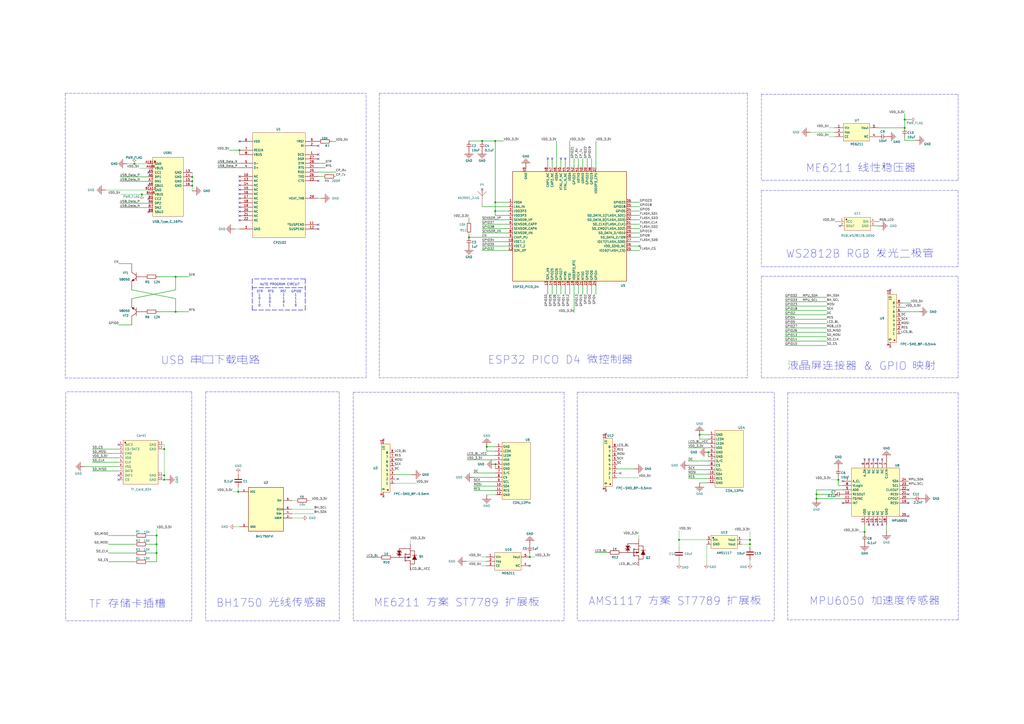
<source format=kicad_sch>
(kicad_sch (version 20211123) (generator eeschema)
  (paper "A2")
  (title_block (title "UINIO-Cubic-Prism") (date "2022-10-26") (rev "UinIO.com") (company "Hank"))
  (lib_symbols
    (symbol "Device:C" (pin_numbers hide) (pin_names (offset 0.254))
      (property "Reference" "C" (at 0.635 2.54 0))
      (property "Value" "C" (at 0.635 -2.54 0))
      (symbol "C_1_1"
        (pin passive line (at 0 3.81 270) (length 2.794) (name "~") (number "1"))
        (pin passive line (at 0 -3.81 90) (length 2.794) (name "~") (number "2"))
      )
    )
    (symbol "Device:R" (pin_numbers hide) (pin_names (offset 0))
      (property "Reference" "R" (at 2.032 0 90))
      (property "Value" "R" (at 0 0 90))
      (symbol "R_1_1"
        (pin passive line (at 0 3.81 270) (length 1.27) (name "~") (number "1"))
        (pin passive line (at 0 -3.81 90) (length 1.27) (name "~") (number "2"))
      )
    )
    (symbol "Uinio:AMS1117" (pin_names (offset 1.016))
      (property "Reference" "U" (at 0 6.477 0))
      (property "Value" "AMS1117" (at 0 -6.35 0))
      (symbol "AMS1117_1_1"
        (pin input line (at -10.16 -1.27 0) (length 2.54) (name "GND") (number "1"))
        (pin input line (at 10.16 -1.27 180) (length 2.54) (name "Vout") (number "2"))
        (pin input line (at -10.16 1.27 0) (length 2.54) (name "Vin") (number "3"))
        (pin input line (at 10.16 1.27 180) (length 2.54) (name "Vout") (number "4"))
      )
    )
    (symbol "Uinio:AN2051_2.4G" (pin_numbers hide) (pin_names (offset 1.016) hide)
      (property "Reference" "U?" (at 3.556 2.5401 0))
      (property "Value" "AN2051_2.4G" (at -25.273 -6.35 0))
      (symbol "AN2051_2.4G_1_1"
        (pin input line (at 0 -5.08 90) (length 2.54) (name "ANT") (number "1"))
        (pin input line (at 0 5.08 270) (length 2.54) (name "2") (number "2"))
      )
    )
    (symbol "Uinio:AO3415A"
      (property "Reference" "Q1" (at 7.874 0.254 0))
      (symbol "AO3415A_1_0"
        (pin passive line (at -6.35 0 0) (length 5.08) (name "G") (number "1"))
        (pin passive line (at 3.81 7.62 270) (length 5.08) (name "S") (number "2"))
        (pin passive line (at 3.81 -7.62 90) (length 5.08) (name "D") (number "3"))
      )
    )
    (symbol "Uinio:BH1750FVI" (pin_names (offset 1.016))
      (property "Reference" "U?" (at 0.254 14.986 0))
      (property "Value" "BH1750FVI" (at 0 -14.986 0))
      (symbol "BH1750FVI_0_0"
        (pin power_in line (at 15.24 10.16 180) (length 5.08) (name "VCC") (number "1"))
        (pin input line (at -15.24 -5.08 0) (length 5.08) (name "ADDR") (number "2"))
        (pin power_in line (at 15.24 -10.16 180) (length 5.08) (name "GND") (number "3"))
        (pin bidirectional line (at -15.24 -2.54 0) (length 5.08) (name "SDA") (number "4"))
        (pin input line (at -15.24 5.08 0) (length 5.08) (name "DVI") (number "5"))
        (pin input clock (at -15.24 0 0) (length 5.08) (name "SCL") (number "6"))
      )
    )
    (symbol "Uinio:CAP_0402"
      (property "Reference" "C8" (at 1.524 -1.016 0))
      (property "Value" "CAP_0402" (at 1.524 -3.556 0))
      (symbol "CAP_0402_1_0"
        (pin passive line (at 0 -2.54 90) (length 1.27) (name "1") (number "1"))
        (pin passive line (at 0 2.54 270) (length 1.27) (name "2") (number "2"))
      )
    )
    (symbol "Uinio:CON_12Pin"
      (property "Reference" "U1" (at -8.89 17.78 0))
      (property "Value" "CON_12Pin" (at -8.89 -17.78 0))
      (symbol "CON_12Pin_1_0"
        (pin passive line (at -12.7 15.24 0) (length 3.81) (name "GND") (number "1"))
        (pin passive line (at -12.7 -7.62 0) (length 3.81) (name "SDA") (number "10"))
        (pin passive line (at -12.7 -10.16 0) (length 3.81) (name "RES") (number "11"))
        (pin passive line (at -12.7 -12.7 0) (length 3.81) (name "GND") (number "12"))
        (pin passive line (at -12.7 12.7 0) (length 3.81) (name "LEDK") (number "2"))
        (pin passive line (at -12.7 10.16 0) (length 3.81) (name "LEDA") (number "3"))
        (pin passive line (at -12.7 7.62 0) (length 3.81) (name "VDD") (number "4"))
        (pin passive line (at -12.7 5.08 0) (length 3.81) (name "GND") (number "5"))
        (pin passive line (at -12.7 2.54 0) (length 3.81) (name "GND") (number "6"))
        (pin passive line (at -12.7 0 0) (length 3.81) (name "D/C") (number "7"))
        (pin passive line (at -12.7 -2.54 0) (length 3.81) (name "CS") (number "8"))
        (pin passive line (at -12.7 -5.08 0) (length 3.81) (name "SCL") (number "9"))
      )
    )
    (symbol "Uinio:CP2102"
      (property "Reference" "U2" (at 7.62 0 0))
      (property "Value" "CP2102" (at 7.62 -63.5 0))
      (symbol "CP2102_1_0"
        (pin passive line (at 45.72 -12.7 180) (length 7.62) (name "DCD") (number "1"))
        (pin passive line (at 0 -25.4 0) (length 7.62) (name "NC") (number "10"))
        (pin passive line (at 45.72 -53.34 180) (length 7.62) (name "*SUSPEND") (number "11"))
        (pin passive line (at 45.72 -55.88 180) (length 7.62) (name "SUSPEND") (number "12"))
        (pin passive line (at 0 -27.94 0) (length 7.62) (name "NC") (number "13"))
        (pin passive line (at 0 -30.48 0) (length 7.62) (name "NC") (number "14"))
        (pin passive line (at 0 -33.02 0) (length 7.62) (name "NC") (number "15"))
        (pin passive line (at 0 -35.56 0) (length 7.62) (name "NC") (number "16"))
        (pin passive line (at 0 -38.1 0) (length 7.62) (name "NC") (number "17"))
        (pin passive line (at 0 -40.64 0) (length 7.62) (name "NC") (number "18"))
        (pin passive line (at 0 -43.18 0) (length 7.62) (name "NC") (number "19"))
        (pin passive line (at 45.72 -7.62 180) (length 7.62) (name "RI") (number "2"))
        (pin passive line (at 0 -45.72 0) (length 7.62) (name "NC") (number "20"))
        (pin passive line (at 0 -48.26 0) (length 7.62) (name "NC") (number "21"))
        (pin passive line (at 0 -50.8 0) (length 7.62) (name "NC") (number "22"))
        (pin passive line (at 45.72 -27.94 180) (length 7.62) (name "CTS") (number "23"))
        (pin passive line (at 45.72 -20.32 180) (length 7.62) (name "RTS") (number "24"))
        (pin passive line (at 45.72 -22.86 180) (length 7.62) (name "RXD") (number "25"))
        (pin passive line (at 45.72 -25.4 180) (length 7.62) (name "TXD") (number "26"))
        (pin passive line (at 45.72 -15.24 180) (length 7.62) (name "DSR") (number "27"))
        (pin passive line (at 45.72 -17.78 180) (length 7.62) (name "DTR") (number "28"))
        (pin passive line (at 45.72 -38.1 180) (length 7.62) (name "HEAT_TAB") (number "29"))
        (pin passive line (at 0 -55.88 0) (length 7.62) (name "GND") (number "3"))
        (pin passive line (at 0 -20.32 0) (length 7.62) (name "D+") (number "4"))
        (pin passive line (at 0 -17.78 0) (length 7.62) (name "D-") (number "5"))
        (pin passive line (at 0 -5.08 0) (length 7.62) (name "VDD") (number "6"))
        (pin passive line (at 0 -10.16 0) (length 7.62) (name "REGIN") (number "7"))
        (pin passive line (at 0 -12.7 0) (length 7.62) (name "VBUS") (number "8"))
        (pin passive line (at 45.72 -5.08 180) (length 7.62) (name "*RST") (number "9"))
      )
    )
    (symbol "Uinio:ESP32_PICO_D4"
      (property "Reference" "U?" (at 63.5 -64.77 0))
      (property "Value" "ESP32_PICO_D4" (at 0 -64.77 0))
      (symbol "ESP32_PICO_D4_1_0"
        (pin power_in line (at -2.54 -17.78 0) (length 2.54) (name "VDDA") (number "1"))
        (pin passive line (at -2.54 -40.64 0) (length 2.54) (name "VDET_1") (number "10"))
        (pin passive line (at -2.54 -43.18 0) (length 2.54) (name "VDET_2") (number "11"))
        (pin passive line (at -2.54 -45.72 0) (length 2.54) (name "32K_XP") (number "12"))
        (pin passive line (at 20.32 -66.04 90) (length 2.54) (name "32K_XN") (number "13"))
        (pin passive line (at 22.86 -66.04 90) (length 2.54) (name "GPIO25") (number "14"))
        (pin passive line (at 25.4 -66.04 90) (length 2.54) (name "GPIO26") (number "15"))
        (pin passive line (at 27.94 -66.04 90) (length 2.54) (name "GPIO27") (number "16"))
        (pin passive line (at 30.48 -66.04 90) (length 2.54) (name "MTMS") (number "17"))
        (pin passive line (at 33.02 -66.04 90) (length 2.54) (name "MTDI") (number "18"))
        (pin power_in line (at 35.56 -66.04 90) (length 2.54) (name "VDD3P3_RTC") (number "19"))
        (pin passive line (at -2.54 -20.32 0) (length 2.54) (name "LNA_IN") (number "2"))
        (pin passive line (at 38.1 -66.04 90) (length 2.54) (name "MTCK") (number "20"))
        (pin passive line (at 40.64 -66.04 90) (length 2.54) (name "MTDO") (number "21"))
        (pin passive line (at 43.18 -66.04 90) (length 2.54) (name "GPIO2") (number "22"))
        (pin passive line (at 45.72 -66.04 90) (length 2.54) (name "GPIO0") (number "23"))
        (pin passive line (at 48.26 -66.04 90) (length 2.54) (name "GPIO4") (number "24"))
        (pin passive line (at 68.58 -45.72 180) (length 2.54) (name "IO16(FLASH_CS)") (number "25"))
        (pin passive line (at 68.58 -43.18 180) (length 2.54) (name "VDD_SDIO_NC") (number "26"))
        (pin passive line (at 68.58 -40.64 180) (length 2.54) (name "IO17(FLASH_SD0)") (number "27"))
        (pin passive line (at 68.58 -38.1 180) (length 2.54) (name "SD_DATA_2/IO9") (number "28"))
        (pin passive line (at 68.58 -35.56 180) (length 2.54) (name "SD_DATA_3/IO10") (number "29"))
        (pin power_in line (at -2.54 -22.86 0) (length 2.54) (name "VDD3P3") (number "3"))
        (pin passive line (at 68.58 -33.02 180) (length 2.54) (name "SD_CMD(FLASH_SD2)") (number "30"))
        (pin passive line (at 68.58 -30.48 180) (length 2.54) (name "SD_CLK(FLASH_CLK)") (number "31"))
        (pin passive line (at 68.58 -27.94 180) (length 2.54) (name "SD_DATA_0(FLASH_SD3)") (number "32"))
        (pin passive line (at 68.58 -25.4 180) (length 2.54) (name "SD_DATA_1(FLASH_SD1)") (number "33"))
        (pin passive line (at 68.58 -22.86 180) (length 2.54) (name "GPIO5") (number "34"))
        (pin passive line (at 68.58 -20.32 180) (length 2.54) (name "GPIO18") (number "35"))
        (pin passive line (at 68.58 -17.78 180) (length 2.54) (name "GPIO23") (number "36"))
        (pin power_in line (at 48.26 2.54 270) (length 2.54) (name "VDD3P3_CPU") (number "37"))
        (pin passive line (at 45.72 2.54 270) (length 2.54) (name "GPIO19") (number "38"))
        (pin passive line (at 43.18 2.54 270) (length 2.54) (name "GPIO22") (number "39"))
        (pin power_in line (at -2.54 -25.4 0) (length 2.54) (name "VDD3P3") (number "4"))
        (pin passive line (at 40.64 2.54 270) (length 2.54) (name "U0RXD") (number "40"))
        (pin passive line (at 38.1 2.54 270) (length 2.54) (name "U0TXD") (number "41"))
        (pin passive line (at 35.56 2.54 270) (length 2.54) (name "GPIO21") (number "42"))
        (pin power_in line (at 33.02 2.54 270) (length 2.54) (name "VDDA") (number "43"))
        (pin passive line (at 30.48 2.54 270) (length 2.54) (name "XTAL_N_NC") (number "44"))
        (pin passive line (at 27.94 2.54 270) (length 2.54) (name "XTAL_P_NC") (number "45"))
        (pin power_in line (at 25.4 2.54 270) (length 2.54) (name "VDDA") (number "46"))
        (pin passive line (at 22.86 2.54 270) (length 2.54) (name "CAP2_NC") (number "47"))
        (pin passive line (at 20.32 2.54 270) (length 2.54) (name "CAP1_NC") (number "48"))
        (pin power_in line (at 7.62 2.54 270) (length 2.54) (name "GND") (number "49"))
        (pin passive line (at -2.54 -27.94 0) (length 2.54) (name "SENSOR_VP") (number "5"))
        (pin passive line (at -2.54 -30.48 0) (length 2.54) (name "SENSOR_CAPP") (number "6"))
        (pin passive line (at -2.54 -33.02 0) (length 2.54) (name "SENSOR_CAPN") (number "7"))
        (pin passive line (at -2.54 -35.56 0) (length 2.54) (name "SENSOR_VN") (number "8"))
        (pin passive line (at -2.54 -38.1 0) (length 2.54) (name "CHIP_PU") (number "9"))
      )
    )
    (symbol "Uinio:FPC-SMD_8P-0.5mm" (pin_names (offset 1.016))
      (property "Reference" "U" (at 0 19.431 0))
      (property "Value" "FPC-SMD_8P-0.5mm" (at 0 24.511 0))
      (symbol "FPC-SMD_8P-0.5mm_1_1"
        (pin input line (at -3.81 8.89 0) (length 2.54) (name "1") (number "1"))
        (pin input line (at 2.54 -16.51 90) (length 2.54) (name "10") (number "10"))
        (pin input line (at -3.81 6.35 0) (length 2.54) (name "2") (number "2"))
        (pin input line (at -3.81 3.81 0) (length 2.54) (name "3") (number "3"))
        (pin input line (at -3.81 1.27 0) (length 2.54) (name "4") (number "4"))
        (pin input line (at -3.81 -1.27 0) (length 2.54) (name "5") (number "5"))
        (pin input line (at -3.81 -3.81 0) (length 2.54) (name "6") (number "6"))
        (pin input line (at -3.81 -6.35 0) (length 2.54) (name "7") (number "7"))
        (pin input line (at -3.81 -8.89 0) (length 2.54) (name "8") (number "8"))
        (pin input line (at 2.54 16.51 270) (length 2.54) (name "9") (number "9"))
      )
    )
    (symbol "Uinio:GND" (power)
      (property "Value" "GND" (at 0 6.35 90))
      (symbol "GND_0_0"
        (pin power_in line (at 0 0 0) (length 0) hide (name "GND") (number ""))
      )
    )
    (symbol "Uinio:ME6211"
      (property "Reference" "V1" (at 5.08 2.54 0))
      (property "Value" "ME6211" (at 5.08 -10.16 0))
      (symbol "ME6211_1_0"
        (pin passive line (at 0 0 0) (length 5.08) (name "Vin") (number "1"))
        (pin passive line (at 0 -2.54 0) (length 5.08) (name "Vss") (number "2"))
        (pin passive line (at 0 -5.08 0) (length 5.08) (name "CE") (number "3"))
        (pin passive line (at 25.4 -5.08 180) (length 5.08) (name "NC") (number "4"))
        (pin passive line (at 25.4 0 180) (length 5.08) (name "Vout") (number "5"))
      )
    )
    (symbol "Uinio:MPU6050"
      (property "Reference" "U7" (at 19.558 13.97 0))
      (property "Value" "MPU6050" (at 10.16 13.97 0))
      (symbol "MPU6050_1_0"
        (pin passive line (at 6.35 19.05 270) (length 5.08) (name "CLKIN") (number "1"))
        (pin passive line (at -19.05 -1.27 0) (length 5.08) (name "REGOUT") (number "10"))
        (pin passive line (at -19.05 -3.81 0) (length 5.08) (name "FSYNC") (number "11"))
        (pin passive line (at -19.05 -6.35 0) (length 5.08) (name "INT") (number "12"))
        (pin passive line (at -6.35 -19.05 90) (length 5.08) (name "VDD") (number "13"))
        (pin passive line (at -3.81 -19.05 90) (length 5.08) (name "NC") (number "14"))
        (pin passive line (at -1.27 -19.05 90) (length 5.08) (name "NC") (number "15"))
        (pin passive line (at 1.27 -19.05 90) (length 5.08) (name "NC") (number "16"))
        (pin passive line (at 3.81 -19.05 90) (length 5.08) (name "NC") (number "17"))
        (pin passive line (at 6.35 -19.05 90) (length 5.08) (name "GND") (number "18"))
        (pin passive line (at 19.05 -6.35 180) (length 5.08) (name "RESV") (number "19"))
        (pin passive line (at 3.81 19.05 270) (length 5.08) (name "NC") (number "2"))
        (pin passive line (at 19.05 -3.81 180) (length 5.08) (name "CPOUT") (number "20"))
        (pin passive line (at 19.05 -1.27 180) (length 5.08) (name "RESV") (number "21"))
        (pin passive line (at 19.05 1.27 180) (length 5.08) (name "CLKOUT") (number "22"))
        (pin passive line (at 19.05 3.81 180) (length 5.08) (name "SCL") (number "23"))
        (pin passive line (at 19.05 6.35 180) (length 5.08) (name "SDA") (number "24"))
        (pin passive line (at 19.05 -13.97 180) (length 5.08) (name "") (number "25"))
        (pin passive line (at 1.27 19.05 270) (length 5.08) (name "NC") (number "3"))
        (pin passive line (at -1.27 19.05 270) (length 5.08) (name "NC") (number "4"))
        (pin passive line (at -3.81 19.05 270) (length 5.08) (name "NC") (number "5"))
        (pin passive line (at -6.35 19.05 270) (length 5.08) (name "A_DA") (number "6"))
        (pin passive line (at -19.05 6.35 0) (length 5.08) (name "A_CL") (number "7"))
        (pin passive line (at -19.05 3.81 0) (length 5.08) (name "VLogic") (number "8"))
        (pin passive line (at -19.05 1.27 0) (length 5.08) (name "AD0") (number "9"))
      )
    )
    (symbol "Uinio:RES_0402"
      (property "Reference" "R9" (at -3.81 -3.81 0))
      (property "Value" "RES_0402" (at 1.27 -3.81 0))
      (symbol "RES_0402_1_0"
        (pin passive line (at 3.81 0 180) (length 1.27) (name "1") (number "1"))
        (pin passive line (at -3.81 0 0) (length 1.27) (name "2") (number "2"))
      )
    )
    (symbol "Uinio:RGB_WS2812B_5050" (pin_names (offset 1.016))
      (property "Reference" "U" (at 0 6.4262 0))
      (property "Value" "RGB_WS2812B_5050" (at 0 -6.35 0))
      (symbol "RGB_WS2812B_5050_1_1"
        (pin input line (at -10.16 1.27 0) (length 2.54) (name "VCC") (number "1"))
        (pin input line (at -10.16 -1.27 0) (length 2.54) (name "DOUT") (number "2"))
        (pin input line (at 10.16 -1.27 180) (length 2.54) (name "GND") (number "3"))
        (pin input line (at 10.16 1.27 180) (length 2.54) (name "DIN") (number "4"))
      )
    )
    (symbol "Uinio:S8050"
      (property "Reference" "VT1" (at -7.874 1.524 0))
      (property "Value" "S8050" (at -9.906 -2.286 0))
      (symbol "S8050_1_0"
        (pin passive line (at 5.08 0 180) (length 5.08) (name "B") (number "1"))
        (pin passive line (at -2.54 -7.62 90) (length 5.08) (name "E") (number "2"))
        (pin passive line (at -2.54 7.62 270) (length 5.08) (name "C") (number "3"))
      )
    )
    (symbol "Uinio:TF_Card_02A" (pin_names (offset 1.016))
      (property "Reference" "Card" (at 0 15.24 0))
      (property "Value" "TF_Card_02A" (at 0 20.32 0))
      (symbol "TF_Card_02A_1_1"
        (pin input line (at -12.7 10.16 0) (length 2.54) (name "DAT2") (number "1"))
        (pin input line (at 12.7 -10.16 180) (length 2.54) (name "GND") (number "10"))
        (pin input line (at 12.7 -7.62 180) (length 2.54) (name "GND") (number "11"))
        (pin input line (at 12.7 7.62 180) (length 2.54) (name "GND") (number "12"))
        (pin input line (at 12.7 10.16 180) (length 2.54) (name "GND") (number "13"))
        (pin input line (at -12.7 7.62 0) (length 2.54) (name "CD/DAT3") (number "2"))
        (pin input line (at -12.7 5.08 0) (length 2.54) (name "CMD") (number "3"))
        (pin input line (at -12.7 2.54 0) (length 2.54) (name "VDD") (number "4"))
        (pin input line (at -12.7 0 0) (length 2.54) (name "CLK") (number "5"))
        (pin input line (at -12.7 -2.54 0) (length 2.54) (name "VSS") (number "6"))
        (pin input line (at -12.7 -5.08 0) (length 2.54) (name "DAT0") (number "7"))
        (pin input line (at -12.7 -7.62 0) (length 2.54) (name "DAT1") (number "8"))
        (pin input line (at -12.7 -10.16 0) (length 2.54) (name "CD") (number "9"))
      )
    )
    (symbol "Uinio:USB_Type_C_16Pin" (pin_names (offset 1.016))
      (property "Reference" "USB" (at 0 19.05 0))
      (property "Value" "USB_Type_C_16Pin" (at 0 24.13 0))
      (symbol "USB_Type_C_16Pin_1_1"
        (pin input line (at 12.7 7.62 180) (length 5.08) (name "GND") (number "13"))
        (pin input line (at 12.7 5.08 180) (length 5.08) (name "GND") (number "14"))
        (pin input line (at 12.7 2.54 180) (length 5.08) (name "GND") (number "15"))
        (pin input line (at 12.7 0 180) (length 5.08) (name "GND") (number "16"))
        (pin input line (at -12.7 12.7 0) (length 2.54) (name "GND") (number "A1B12"))
        (pin input line (at -12.7 10.16 0) (length 2.54) (name "VBUS") (number "A4B9"))
        (pin input line (at -12.7 7.62 0) (length 2.54) (name "CC1") (number "A5"))
        (pin input line (at -12.7 5.08 0) (length 2.54) (name "DP1") (number "A6"))
        (pin input line (at -12.7 2.54 0) (length 2.54) (name "DN1") (number "A7"))
        (pin input line (at -12.7 0 0) (length 2.54) (name "SBU1") (number "A8"))
        (pin input line (at -12.7 -2.54 0) (length 2.54) (name "GND") (number "B1A12"))
        (pin input line (at -12.7 -5.08 0) (length 2.54) (name "VBUS") (number "B4A9"))
        (pin input line (at -12.7 -7.62 0) (length 2.54) (name "CC2") (number "B5"))
        (pin input line (at -12.7 -10.16 0) (length 2.54) (name "DP2") (number "B6"))
        (pin input line (at -12.7 -12.7 0) (length 2.54) (name "DN2") (number "B7"))
        (pin input line (at -12.7 -15.24 0) (length 2.54) (name "SBU2") (number "B8"))
      )
    )
    (symbol "power:GND" (power) (pin_names (offset 0))
      (property "Value" "GND" (at 0 -3.81 0))
      (symbol "GND_1_1"
        (pin power_in line (at 0 0 270) (length 0) hide (name "GND") (number "1"))
      )
    )
    (symbol "power:PWR_FLAG" (power) (pin_numbers hide) (pin_names (offset 0) hide)
      (property "Value" "PWR_FLAG" (at 0 3.81 0))
      (symbol "PWR_FLAG_0_0"
        (pin power_out line (at 0 0 90) (length 0) (name "pwr") (number "1"))
      )
    )
  )
  (junction (at 287.274 122.428))
  (junction (at 95.25 260.5024))
  (junction (at 435.0512 313.1312))
  (junction (at 95.25 275.7424))
  (junction (at 90.8304 320.802))
  (junction (at 501.5484 308.5592))
  (junction (at 111.506 107.696))
  (junction (at 90.8304 310.642))
  (junction (at 405.8412 252.1712))
  (junction (at 272.034 137.668))
  (junction (at 82.296 112.776))
  (junction (at 524.764 69.342))
  (junction (at 486.3084 278.3332))
  (junction (at 473.6084 289.2552))
  (junction (at 111.506 102.616))
  (junction (at 410.9212 262.3312))
  (junction (at 101.854 160.528))
  (junction (at 282.3464 259.1308))
  (junction (at 307.34 323.088))
  (junction (at 287.274 117.348))
  (junction (at 111.506 105.156))
  (junction (at 473.6084 286.7152))
  (junction (at 287.4264 269.2908))
  (junction (at 287.274 81.788))
  (junction (at 393.9032 313.1312))
  (junction (at 101.854 180.848))
  (junction (at 138.2268 285.242))
  (junction (at 524.768 74.168))
  (junction (at 77.978 94.996))
  (junction (at 95.25 278.2824))
  (junction (at 138.938 87.122))
  (junction (at 279.654 81.788))
  (junction (at 435.0512 315.6712))
  (junction (at 90.8304 315.722))
  (no_connect (at 488.8484 279.0952))
  (no_connect (at 504.0884 304.4952))
  (no_connect (at 488.8484 291.7952))
  (no_connect (at 501.5484 266.3952))
  (no_connect (at 511.7084 266.3952))
  (no_connect (at 504.0884 266.3952))
  (no_connect (at 506.6284 266.3952))
  (no_connect (at 509.1684 266.3952))
  (no_connect (at 509.1684 304.4952))
  (no_connect (at 511.7084 304.4952))
  (no_connect (at 506.6284 304.4952))
  (no_connect (at 526.9484 284.1752))
  (no_connect (at 526.9484 286.7152))
  (no_connect (at 526.9484 291.7952))
  (no_connect (at 68.834 257.9624))
  (no_connect (at 86.106 122.936))
  (no_connect (at 222.4532 255.016))
  (no_connect (at 351.4852 251.6632))
  (no_connect (at 351.4852 284.6832))
  (no_connect (at 86.106 100.076))
  (no_connect (at 307.34 328.168))
  (no_connect (at 279.654 109.728))
  (no_connect (at 516.382 168.148))
  (no_connect (at 516.382 201.168))
  (no_connect (at 526.9484 299.4152))
  (no_connect (at 222.4532 288.036))
  (no_connect (at 325.374 91.948))
  (no_connect (at 487.172 131.064))
  (no_connect (at 138.938 102.362))
  (no_connect (at 138.938 104.902))
  (no_connect (at 138.938 107.442))
  (no_connect (at 138.938 109.982))
  (no_connect (at 138.938 112.522))
  (no_connect (at 138.938 82.042))
  (no_connect (at 138.938 115.062))
  (no_connect (at 138.938 117.602))
  (no_connect (at 138.938 120.142))
  (no_connect (at 138.938 122.682))
  (no_connect (at 138.938 125.222))
  (no_connect (at 138.938 127.762))
  (no_connect (at 68.834 275.7424))
  (no_connect (at 68.834 278.2824))
  (no_connect (at 359.8672 274.5232))
  (no_connect (at 86.106 115.316))
  (no_connect (at 230.8352 277.876))
  (no_connect (at 327.914 91.948))
  (no_connect (at 320.294 91.948))
  (no_connect (at 317.754 91.948))
  (no_connect (at 371.094 142.748))
  (no_connect (at 184.658 104.902))
  (no_connect (at 184.658 84.582))
  (no_connect (at 184.658 132.842))
  (no_connect (at 184.658 89.662))
  (no_connect (at 184.658 130.302))
  (no_connect (at 184.658 92.202))
  (no_connect (at 86.106 107.696))
  (wire (pts (xy 317.754 97.028) (xy 317.754 91.948)) (stroke (width 0.254)))
  (wire (pts (xy 95.25 275.7424) (xy 95.25 278.2824)))
  (wire (pts (xy 182.1688 297.942) (xy 169.4688 297.942)))
  (wire (pts (xy 320.294 97.028) (xy 320.294 91.948)) (stroke (width 0.254)))
  (wire (pts (xy 479.552 180.086) (xy 455.422 180.086)) (stroke (width 0.254)))
  (wire (pts (xy 192.278 82.042) (xy 194.818 82.042)) (stroke (width 0.254)))
  (wire (pts (xy 345.694 165.608) (xy 345.694 170.688)) (stroke (width 0.254)))
  (wire (pts (xy 186.182 115.062) (xy 184.658 115.062)))
  (wire (pts (xy 435.0512 313.1312) (xy 435.0512 315.6712)))
  (wire (pts (xy 410.9212 259.7912) (xy 399.2372 259.7912)) (stroke (width 0.254)))
  (wire (pts (xy 86.106 102.616) (xy 69.596 102.616)) (stroke (width 0.254)))
  (wire (pts (xy 345.694 81.788) (xy 345.694 97.028)) (stroke (width 0.254)))
  (wire (pts (xy 287.274 122.428) (xy 287.274 117.348)) (stroke (width 0.254)))
  (wire (pts (xy 371.094 132.588) (xy 366.014 132.588)) (stroke (width 0.254)))
  (wire (pts (xy 479.552 195.326) (xy 455.422 195.326)) (stroke (width 0.254)))
  (wire (pts (xy 335.534 97.028) (xy 335.534 91.948)) (stroke (width 0.254)))
  (polyline (pts (xy 456.8952 227.838) (xy 456.946 359.6132)))
  (wire (pts (xy 294.894 130.048) (xy 279.654 130.048)) (stroke (width 0.254)))
  (wire (pts (xy 359.8672 274.5232) (xy 357.8352 274.5232)))
  (wire (pts (xy 371.094 140.208) (xy 366.014 140.208)) (stroke (width 0.254)))
  (wire (pts (xy 410.9212 277.5712) (xy 399.2372 277.5712)) (stroke (width 0.254)))
  (wire (pts (xy 95.25 260.5024) (xy 94.234 260.5024)))
  (wire (pts (xy 410.9212 272.4912) (xy 399.2372 272.4912)) (stroke (width 0.254)))
  (wire (pts (xy 479.552 172.466) (xy 455.422 172.466)) (stroke (width 0.254)))
  (wire (pts (xy 294.894 140.208) (xy 279.654 140.208)) (stroke (width 0.254)))
  (polyline (pts (xy 119.2784 227.33) (xy 196.7484 227.33)))
  (wire (pts (xy 393.9032 313.1312) (xy 409.9052 313.1312)))
  (wire (pts (xy 287.4264 281.9908) (xy 274.7264 281.9908)) (stroke (width 0.254)))
  (wire (pts (xy 85.7504 320.802) (xy 90.8304 320.802)) (stroke (width 0.254)))
  (wire (pts (xy 479.552 185.166) (xy 455.422 185.166)) (stroke (width 0.254)))
  (wire (pts (xy 274.7264 274.3708) (xy 287.4264 274.3708)) (stroke (width 0.254)))
  (wire (pts (xy 95.25 278.2824) (xy 96.266 278.2824)))
  (wire (pts (xy 85.7504 310.642) (xy 90.8304 310.642)) (stroke (width 0.254)))
  (wire (pts (xy 340.614 97.028) (xy 340.614 91.948)) (stroke (width 0.254)))
  (polyline (pts (xy 327.2028 360.0704) (xy 204.978 360.0704)))
  (wire (pts (xy 435.0512 324.8152) (xy 435.0512 327.1012)))
  (wire (pts (xy 294.894 119.888) (xy 279.654 119.888)) (stroke (width 0.254)))
  (wire (pts (xy 332.994 97.028) (xy 332.994 91.948)) (stroke (width 0.254)))
  (wire (pts (xy 292.1 81.788) (xy 287.274 81.788)) (stroke (width 0.254)))
  (wire (pts (xy 182.1688 295.402) (xy 169.4688 295.402)))
  (wire (pts (xy 279.146 323.088) (xy 281.94 323.088)))
  (wire (pts (xy 507.492 131.064) (xy 509.778 131.064)) (stroke (width 0.254)))
  (wire (pts (xy 524.764 66.04) (xy 524.764 69.342)) (stroke (width 0.254)))
  (wire (pts (xy 270.9164 264.2108) (xy 287.4264 264.2108)) (stroke (width 0.254)))
  (wire (pts (xy 371.094 145.288) (xy 366.014 145.288)) (stroke (width 0.254)))
  (wire (pts (xy 282.3464 261.6708) (xy 282.3464 259.1308)) (stroke (width 0.254)))
  (wire (pts (xy 134.9248 285.242) (xy 138.2268 285.242)))
  (wire (pts (xy 111.506 105.156) (xy 111.506 107.696)))
  (wire (pts (xy 133.096 87.122) (xy 138.938 87.122)) (stroke (width 0.254)))
  (wire (pts (xy 479.552 182.626) (xy 455.422 182.626)) (stroke (width 0.254)))
  (wire (pts (xy 188.722 97.282) (xy 184.658 97.282)) (stroke (width 0.254)))
  (wire (pts (xy 95.25 278.2824) (xy 94.234 278.2824)))
  (wire (pts (xy 488.8484 289.2552) (xy 473.6084 289.2552)) (stroke (width 0.254)))
  (wire (pts (xy 61.214 110.236) (xy 86.106 110.236)))
  (wire (pts (xy 371.094 122.428) (xy 366.014 122.428)) (stroke (width 0.254)))
  (wire (pts (xy 287.4264 284.5308) (xy 274.7264 284.5308)) (stroke (width 0.254)))
  (wire (pts (xy 507.492 128.524) (xy 510.032 128.524)) (stroke (width 0.254)))
  (wire (pts (xy 78.1304 315.722) (xy 62.8904 315.722)) (stroke (width 0.254)))
  (wire (pts (xy 272.034 135.89) (xy 272.034 137.668)) (stroke (width 0.254)))
  (wire (pts (xy 522.732 178.308) (xy 525.272 178.308)) (stroke (width 0.254)))
  (wire (pts (xy 322.834 165.608) (xy 322.834 170.688)) (stroke (width 0.254)))
  (wire (pts (xy 322.834 81.788) (xy 322.834 97.028)) (stroke (width 0.254)))
  (wire (pts (xy 488.8484 284.1752) (xy 473.6084 284.1752)) (stroke (width 0.254)))
  (wire (pts (xy 73.66 94.996) (xy 77.978 94.996)))
  (wire (pts (xy 488.8484 281.6352) (xy 486.3084 281.6352)) (stroke (width 0.254)))
  (wire (pts (xy 371.094 135.128) (xy 366.014 135.128)) (stroke (width 0.254)))
  (wire (pts (xy 410.9212 269.9512) (xy 399.7452 269.9512)) (stroke (width 0.254)))
  (wire (pts (xy 294.894 137.668) (xy 272.034 137.668)) (stroke (width 0.254)))
  (wire (pts (xy 294.894 145.288) (xy 279.654 145.288)) (stroke (width 0.254)))
  (wire (pts (xy 514.2484 308.3052) (xy 514.2484 304.4952)) (stroke (width 0.254)))
  (wire (pts (xy 90.8304 320.802) (xy 90.8304 325.882)) (stroke (width 0.254)))
  (wire (pts (xy 86.106 117.856) (xy 69.596 117.856)) (stroke (width 0.254)))
  (wire (pts (xy 287.4264 269.2908) (xy 287.4264 271.8308)) (stroke (width 0.254)))
  (wire (pts (xy 479.552 175.006) (xy 455.422 175.006)) (stroke (width 0.254)))
  (wire (pts (xy 287.274 124.968) (xy 287.274 122.428)) (stroke (width 0.254)))
  (polyline (pts (xy 449.072 360.1212) (xy 334.8228 360.1212)))
  (polyline (pts (xy 555.752 104.648) (xy 441.706 104.648)))
  (wire (pts (xy 340.614 165.608) (xy 340.614 170.688)) (stroke (width 0.254)))
  (wire (pts (xy 327.914 97.028) (xy 327.914 91.948)) (stroke (width 0.254)))
  (wire (pts (xy 399.2372 267.4112) (xy 410.9212 267.4112)) (stroke (width 0.254)))
  (wire (pts (xy 371.094 119.888) (xy 366.014 119.888)) (stroke (width 0.254)))
  (wire (pts (xy 335.534 165.608) (xy 335.534 170.688)) (stroke (width 0.254)))
  (wire (pts (xy 524.768 81.438) (xy 531.118 81.438)) (stroke (width 0.254)))
  (wire (pts (xy 101.854 180.848) (xy 109.474 180.848)) (stroke (width 0.254)))
  (polyline (pts (xy 37.846 54.198) (xy 212.344 54.102)))
  (wire (pts (xy 101.854 160.528) (xy 109.474 160.528)) (stroke (width 0.254)))
  (wire (pts (xy 279.654 81.788) (xy 272.034 81.788)) (stroke (width 0.254)))
  (wire (pts (xy 479.552 187.706) (xy 455.422 187.706)) (stroke (width 0.254)))
  (polyline (pts (xy 37.846 219.298) (xy 212.344 219.202)))
  (wire (pts (xy 80.772 97.536) (xy 86.106 97.536)))
  (polyline (pts (xy 38.1 227.33) (xy 38.1 360.172)))
  (wire (pts (xy 76.454 188.468) (xy 68.834 188.468)) (stroke (width 0.254)))
  (wire (pts (xy 480.822 79.248) (xy 484.124 79.248)))
  (polyline (pts (xy 38.862 227.33) (xy 111.252 227.33)))
  (polyline (pts (xy 555.752 219.202) (xy 441.706 219.202)))
  (wire (pts (xy 294.894 117.348) (xy 287.274 117.348)) (stroke (width 0.254)))
  (wire (pts (xy 187.198 102.362) (xy 184.658 102.362)) (stroke (width 0.254)))
  (wire (pts (xy 473.6084 284.1752) (xy 473.6084 286.7152)) (stroke (width 0.254)))
  (wire (pts (xy 272.034 126.238) (xy 272.034 128.27)) (stroke (width 0.254)))
  (wire (pts (xy 371.094 142.748) (xy 366.014 142.748)) (stroke (width 0.254)))
  (wire (pts (xy 138.2268 285.242) (xy 138.9888 285.242)))
  (wire (pts (xy 228.8032 275.336) (xy 238.9632 275.336)) (stroke (width 0.254)))
  (wire (pts (xy 68.834 268.1224) (xy 53.594 268.1224)) (stroke (width 0.254)))
  (wire (pts (xy 175.3108 300.482) (xy 169.4688 300.482)))
  (wire (pts (xy 138.2268 274.32) (xy 138.2268 275.082)))
  (wire (pts (xy 228.8032 280.416) (xy 241.5032 280.416)))
  (wire (pts (xy 237.9472 313.182) (xy 237.9472 315.722)))
  (wire (pts (xy 138.938 87.122) (xy 138.938 89.662)) (stroke (width 0.254)))
  (wire (pts (xy 138.938 97.282) (xy 126.238 97.282)) (stroke (width 0.254)))
  (wire (pts (xy 343.154 97.028) (xy 343.154 91.948)) (stroke (width 0.254)))
  (wire (pts (xy 393.9032 307.5432) (xy 393.9032 313.1312)))
  (polyline (pts (xy 555.752 110.49) (xy 555.752 154.686)))
  (wire (pts (xy 230.8352 277.876) (xy 228.8032 277.876)))
  (polyline (pts (xy 196.7484 227.33) (xy 196.7484 360.172)))
  (polyline (pts (xy 119.2784 227.33) (xy 119.2784 360.172)))
  (wire (pts (xy 479.552 192.786) (xy 455.422 192.786)) (stroke (width 0.254)))
  (polyline (pts (xy 177.038 179.832) (xy 177.038 161.798)) (stroke (width 0.254)))
  (wire (pts (xy 405.8412 254.7112) (xy 405.8412 252.1712)) (stroke (width 0.254)))
  (wire (pts (xy 371.094 137.668) (xy 366.014 137.668)) (stroke (width 0.254)))
  (wire (pts (xy 399.2372 257.2512) (xy 410.9212 257.2512)) (stroke (width 0.254)))
  (wire (pts (xy 473.6084 286.7152) (xy 483.7684 286.7152)) (stroke (width 0.254)))
  (wire (pts (xy 287.4264 276.9108) (xy 274.7264 276.9108)) (stroke (width 0.254)))
  (wire (pts (xy 435.0512 308.0512) (xy 435.0512 313.1312)))
  (wire (pts (xy 68.834 263.0424) (xy 53.594 263.0424)) (stroke (width 0.254)))
  (wire (pts (xy 522.732 175.768) (xy 528.32 175.768)) (stroke (width 0.254)))
  (wire (pts (xy 76.454 168.148) (xy 101.854 173.228)) (stroke (width 0.254)))
  (polyline (pts (xy 555.752 160.274) (xy 555.752 219.202)))
  (wire (pts (xy 85.7504 315.722) (xy 90.8304 315.722)) (stroke (width 0.254)))
  (wire (pts (xy 294.894 142.748) (xy 279.654 142.748)) (stroke (width 0.254)))
  (wire (pts (xy 76.454 152.908) (xy 68.834 152.908)) (stroke (width 0.254)))
  (wire (pts (xy 138.9888 305.562) (xy 136.1948 305.562)))
  (wire (pts (xy 473.6084 289.2552) (xy 473.6084 286.7152)) (stroke (width 0.254)))
  (wire (pts (xy 486.3084 276.5552) (xy 486.3084 278.3332)) (stroke (width 0.254)))
  (wire (pts (xy 410.9212 262.3312) (xy 410.9212 264.8712)) (stroke (width 0.254)))
  (polyline (pts (xy 146.304 179.832) (xy 177.038 179.832)) (stroke (width 0.254)))
  (wire (pts (xy 287.4264 259.1308) (xy 282.3464 259.1308)) (stroke (width 0.254)))
  (wire (pts (xy 294.894 135.128) (xy 279.654 135.128)) (stroke (width 0.254)))
  (wire (pts (xy 294.894 122.428) (xy 287.274 122.428)) (stroke (width 0.254)))
  (polyline (pts (xy 456.8444 227.7872) (xy 555.752 227.7872)))
  (wire (pts (xy 91.694 160.528) (xy 101.854 160.528)) (stroke (width 0.254)))
  (wire (pts (xy 325.374 165.608) (xy 325.374 170.688)) (stroke (width 0.254)))
  (wire (pts (xy 435.0512 317.1952) (xy 435.0512 315.6712)))
  (wire (pts (xy 501.5484 304.4952) (xy 501.5484 308.5592)) (stroke (width 0.254)))
  (wire (pts (xy 180.8988 290.322) (xy 179.1208 290.322)))
  (wire (pts (xy 294.894 127.508) (xy 279.654 127.508)) (stroke (width 0.254)))
  (wire (pts (xy 171.5008 290.322) (xy 169.4688 290.322)))
  (wire (pts (xy 481.9904 278.3332) (xy 486.3084 278.3332)))
  (polyline (pts (xy 146.304 179.578) (xy 146.304 179.832)) (stroke (width 0.254)))
  (wire (pts (xy 294.894 124.968) (xy 287.274 124.968)) (stroke (width 0.254)))
  (wire (pts (xy 287.274 117.348) (xy 287.274 81.788)) (stroke (width 0.254)))
  (polyline (pts (xy 204.978 227.4824) (xy 327.2028 227.4824)))
  (wire (pts (xy 53.594 265.5824) (xy 68.834 265.5824)) (stroke (width 0.254)))
  (polyline (pts (xy 111.252 227.33) (xy 111.252 360.172)))
  (wire (pts (xy 480.822 74.168) (xy 484.124 74.168)))
  (wire (pts (xy 352.7552 320.4972) (xy 345.1352 320.4972)) (stroke (width 0.254)))
  (polyline (pts (xy 449.072 227.5332) (xy 449.072 360.1212)))
  (wire (pts (xy 409.9052 315.6712) (xy 409.9052 327.1012)))
  (wire (pts (xy 220.1672 323.342) (xy 212.5472 323.342)) (stroke (width 0.254)))
  (wire (pts (xy 320.294 165.608) (xy 320.294 170.688)) (stroke (width 0.254)))
  (wire (pts (xy 78.1304 320.802) (xy 62.8904 320.802)) (stroke (width 0.254)))
  (wire (pts (xy 68.834 273.2024) (xy 53.594 273.2024)) (stroke (width 0.254)))
  (wire (pts (xy 532.892 180.848) (xy 522.732 180.848)) (stroke (width 0.254)))
  (wire (pts (xy 95.25 257.9624) (xy 95.25 260.5024)))
  (wire (pts (xy 498.2464 308.5592) (xy 501.5484 308.5592)))
  (wire (pts (xy 509.524 74.168) (xy 524.768 74.168)) (stroke (width 0.254)))
  (wire (pts (xy 101.854 173.228) (xy 101.854 180.848)) (stroke (width 0.254)))
  (wire (pts (xy 270.51 325.628) (xy 281.94 325.628)))
  (wire (pts (xy 479.552 200.406) (xy 455.422 200.406)) (stroke (width 0.254)))
  (polyline (pts (xy 196.7484 360.172) (xy 119.2784 360.172)))
  (wire (pts (xy 410.9212 275.0312) (xy 399.2372 275.0312)) (stroke (width 0.254)))
  (wire (pts (xy 101.854 160.528) (xy 101.854 168.148)) (stroke (width 0.254)))
  (polyline (pts (xy 111.252 360.172) (xy 38.1 360.172)))
  (wire (pts (xy 77.978 94.996) (xy 86.106 94.996)))
  (wire (pts (xy 294.894 132.588) (xy 279.654 132.588)) (stroke (width 0.254)))
  (polyline (pts (xy 555.8536 359.6132) (xy 456.946 359.6132)))
  (wire (pts (xy 279.146 328.168) (xy 281.94 328.168)))
  (polyline (pts (xy 146.304 166.878) (xy 177.038 166.878)) (stroke (width 0.254)))
  (wire (pts (xy 524.764 69.342) (xy 527.812 69.342)) (stroke (width 0.254)))
  (wire (pts (xy 69.85 112.776) (xy 82.296 112.776)))
  (wire (pts (xy 526.9484 289.2552) (xy 529.4884 289.2552)) (stroke (width 0.254)))
  (wire (pts (xy 90.8304 325.882) (xy 85.7504 325.882)) (stroke (width 0.254)))
  (polyline (pts (xy 441.706 160.274) (xy 555.752 160.274)))
  (polyline (pts (xy 555.752 154.686) (xy 441.706 154.686)))
  (wire (pts (xy 501.5484 308.5592) (xy 501.5484 309.5752)) (stroke (width 0.254)))
  (wire (pts (xy 78.1304 325.882) (xy 62.8904 325.882)) (stroke (width 0.254)))
  (wire (pts (xy 90.8304 306.832) (xy 90.8304 310.642)))
  (polyline (pts (xy 441.706 54.61) (xy 441.706 104.648)))
  (wire (pts (xy 49.022 270.6624) (xy 68.834 270.6624)) (stroke (width 0.254)))
  (polyline (pts (xy 204.978 227.4824) (xy 204.978 360.0704)))
  (polyline (pts (xy 146.304 161.798) (xy 146.304 179.832)) (stroke (width 0.254)))
  (polyline (pts (xy 219.964 54.102) (xy 219.964 219.202)))
  (wire (pts (xy 325.374 97.028) (xy 325.374 91.948)) (stroke (width 0.254)))
  (wire (pts (xy 287.4264 261.6708) (xy 282.3464 261.6708)) (stroke (width 0.254)))
  (wire (pts (xy 101.854 168.148) (xy 76.454 173.228)) (stroke (width 0.254)))
  (polyline (pts (xy 441.706 110.49) (xy 555.752 110.49)))
  (wire (pts (xy 307.34 321.056) (xy 307.34 323.088)))
  (wire (pts (xy 287.274 81.788) (xy 279.654 81.788)) (stroke (width 0.254)))
  (wire (pts (xy 90.8304 310.642) (xy 90.8304 315.722)) (stroke (width 0.254)))
  (wire (pts (xy 343.154 165.608) (xy 343.154 170.688)) (stroke (width 0.254)))
  (wire (pts (xy 188.722 94.742) (xy 184.658 94.742)) (stroke (width 0.254)))
  (polyline (pts (xy 327.2028 227.4824) (xy 327.2028 360.0704)))
  (polyline (pts (xy 441.706 110.49) (xy 441.706 154.686)))
  (wire (pts (xy 138.938 94.742) (xy 126.238 94.742)) (stroke (width 0.254)))
  (wire (pts (xy 484.378 128.524) (xy 487.172 128.524)) (stroke (width 0.254)))
  (wire (pts (xy 307.34 323.088) (xy 310.388 323.088)))
  (wire (pts (xy 111.506 100.076) (xy 111.506 102.616)))
  (wire (pts (xy 282.3464 287.0708) (xy 287.4264 287.0708)))
  (polyline (pts (xy 212.344 219.202) (xy 212.344 54.102)))
  (wire (pts (xy 95.25 257.9624) (xy 94.234 257.9624)))
  (polyline (pts (xy 441.706 160.274) (xy 441.706 219.202)))
  (wire (pts (xy 524.764 69.342) (xy 524.768 74.168)) (stroke (width 0.254)))
  (wire (pts (xy 287.4264 279.4508) (xy 274.7264 279.4508)) (stroke (width 0.254)))
  (wire (pts (xy 430.2252 313.1312) (xy 435.0512 313.1312)))
  (wire (pts (xy 332.994 165.608) (xy 332.994 181.356)) (stroke (width 0.254)))
  (wire (pts (xy 317.754 165.608) (xy 317.754 170.688)) (stroke (width 0.254)))
  (wire (pts (xy 430.2252 315.6712) (xy 435.0512 315.6712)))
  (wire (pts (xy 287.4264 266.7508) (xy 270.9164 266.7508)) (stroke (width 0.254)))
  (wire (pts (xy 86.106 105.156) (xy 69.596 105.156)) (stroke (width 0.254)))
  (wire (pts (xy 194.818 99.822) (xy 184.658 99.822)) (stroke (width 0.254)))
  (wire (pts (xy 524.768 79.248) (xy 524.768 81.438)) (stroke (width 0.254)))
  (wire (pts (xy 338.074 165.608) (xy 338.074 170.688)) (stroke (width 0.254)))
  (polyline (pts (xy 334.8228 227.5332) (xy 334.8228 360.1212)))
  (wire (pts (xy 330.454 165.608) (xy 330.454 170.688)) (stroke (width 0.254)))
  (polyline (pts (xy 555.752 54.61) (xy 555.752 104.648)))
  (wire (pts (xy 370.5352 310.3372) (xy 370.5352 312.8772)))
  (wire (pts (xy 371.094 117.348) (xy 366.014 117.348)) (stroke (width 0.254)))
  (wire (pts (xy 95.25 275.7424) (xy 94.234 275.7424)))
  (wire (pts (xy 357.8352 271.9832) (xy 367.9952 271.9832)) (stroke (width 0.254)))
  (polyline (pts (xy 37.846 54.198) (xy 37.846 219.298)))
  (wire (pts (xy 330.454 97.028) (xy 330.454 81.788)) (stroke (width 0.254)))
  (wire (pts (xy 90.8304 315.722) (xy 90.8304 320.802)) (stroke (width 0.254)))
  (polyline (pts (xy 219.964 54.102) (xy 433.578 54.102)))
  (wire (pts (xy 410.9212 252.1712) (xy 405.8412 252.1712)) (stroke (width 0.254)))
  (polyline (pts (xy 555.752 227.7872) (xy 555.8536 359.6132)))
  (wire (pts (xy 82.296 112.776) (xy 86.106 112.776)))
  (wire (pts (xy 393.9032 313.1312) (xy 393.9032 317.4492)))
  (wire (pts (xy 393.9032 325.0692) (xy 393.9032 327.1012)))
  (wire (pts (xy 479.552 177.546) (xy 455.422 177.546)) (stroke (width 0.254)))
  (wire (pts (xy 371.094 127.508) (xy 366.014 127.508)) (stroke (width 0.254)))
  (wire (pts (xy 136.144 132.842) (xy 138.938 132.842)))
  (wire (pts (xy 371.094 124.968) (xy 366.014 124.968)) (stroke (width 0.254)))
  (wire (pts (xy 111.506 102.616) (xy 111.506 105.156)))
  (wire (pts (xy 479.552 197.866) (xy 455.422 197.866)) (stroke (width 0.254)))
  (wire (pts (xy 95.25 260.5024) (xy 95.25 275.7424)))
  (polyline (pts (xy 433.578 219.202) (xy 219.964 219.202)))
  (wire (pts (xy 338.074 97.028) (xy 338.074 91.948)) (stroke (width 0.254)))
  (polyline (pts (xy 177.038 161.798) (xy 146.304 161.798)) (stroke (width 0.254)))
  (wire (pts (xy 371.094 130.048) (xy 366.014 130.048)) (stroke (width 0.254)))
  (wire (pts (xy 405.8412 280.1112) (xy 410.9212 280.1112)) (stroke (width 0.254)))
  (wire (pts (xy 479.552 190.246) (xy 455.422 190.246)) (stroke (width 0.254)))
  (polyline (pts (xy 441.706 54.61) (xy 555.752 54.61)))
  (wire (pts (xy 357.8352 277.0632) (xy 370.5352 277.0632)))
  (wire (pts (xy 91.694 180.848) (xy 101.854 180.848)) (stroke (width 0.254)))
  (wire (pts (xy 410.9212 254.7112) (xy 405.8412 254.7112)) (stroke (width 0.254)))
  (wire (pts (xy 68.834 260.5024) (xy 53.594 260.5024)) (stroke (width 0.254)))
  (wire (pts (xy 486.3084 278.3332) (xy 486.3084 281.6352)) (stroke (width 0.254)))
  (wire (pts (xy 138.2268 282.702) (xy 138.2268 285.242)))
  (polyline (pts (xy 433.578 54.102) (xy 433.578 219.202)))
  (wire (pts (xy 86.106 120.396) (xy 69.596 120.396)) (stroke (width 0.254)))
  (wire (pts (xy 78.1304 310.642) (xy 62.8904 310.642)) (stroke (width 0.254)))
  (wire (pts (xy 327.914 165.608) (xy 327.914 170.688)) (stroke (width 0.254)))
  (wire (pts (xy 470.154 76.708) (xy 484.124 76.708)))
  (polyline (pts (xy 334.8228 227.5332) (xy 449.072 227.5332)))
  (wire (pts (xy 111.506 110.744) (xy 111.506 107.696)))
  (text "TF 存储卡插槽" (at 51.562 353.1616 180) (effects (font (size 4.572 4.572)) (justify left bottom)))
  (text "  AUTO PROGRAM CIRCUIT\n \nDTR   RTS    RST   GPIO0\n 1     1       1      1\n 0     0       1      1\n 1     0       0      1\n 0     1       1      0" (at 148.844 178.054 0) (effects (font (size 1.27 1.27)) (justify left bottom)))
  (text "WS2812B RGB 发光二极管" (at 455.7776 150.0124 180) (effects (font (size 4.572 4.572)) (justify left bottom)))
  (text "USB 串口下载电路" (at 93.218 211.836 180) (effects (font (size 4.572 4.572)) (justify left bottom)))
  (text "ME6211 方案 ST7789 扩展板\n" (at 216.7636 352.3488 180) (effects (font (size 4.572 4.572)) (justify left bottom)))
  (text "AMS1117 方案 ST7789 扩展板\n" (at 341.3252 351.4852 180) (effects (font (size 4.572 4.572)) (justify left bottom)))
  (text "ME6211 线性稳压器\n" (at 467.36 100.33 180) (effects (font (size 4.572 4.572)) (justify left bottom)))
  (text "液晶屏连接器 & GPIO 映射" (at 456.692 215.138 180) (effects (font (size 4.572 4.572)) (justify left bottom)))
  (text "MPU6050 加速度传感器" (at 469.392 351.4344 180) (effects (font (size 4.572 4.572)) (justify left bottom)))
  (text "BH1750 光线传感器" (at 125.3236 352.552 180) (effects (font (size 4.572 4.572)) (justify left bottom)))
  (text "ESP32 PICO D4 微控制器" (at 282.956 211.582 180) (effects (font (size 4.572 4.572)) (justify left bottom)))
  (label "SD_CS" (at 53.594 260.5024 0))
  (label "LCD_BL" (at 345.1352 320.4972 0))
  (label "SD_CLK" (at 62.8904 320.802 180))
  (label "GPIO9" (at 371.094 137.668 0))
  (label "USB_Data_P" (at 69.596 117.856 0))
  (label "RES" (at 228.8032 265.176 0))
  (label "GPIO14" (at 455.422 197.866 0))
  (label "DTR" (at 109.474 160.528 0))
  (label "LCD_BL_VCC" (at 370.5352 328.1172 180))
  (label "GPIO33" (at 455.422 175.006 0))
  (label "VDD_5V" (at 133.096 87.122 180))
  (label "VDD_3.3V" (at 481.9904 278.3332 180))
  (label "MPU_SDA" (at 526.9484 279.0952 0))
  (label "RES" (at 399.2372 277.5712 0))
  (label "GPIO0" (at 343.154 170.688 270))
  (label "CP_Tx" (at 338.074 91.948 90))
  (label "SCK" (at 522.732 185.928 0))
  (label "MPU_SCL" (at 465.582 175.006 0))
  (label "GPIO23" (at 455.422 177.546 0))
  (label "MOSI" (at 479.552 177.546 0))
  (label "FLASH_SD2" (at 371.094 132.588 0))
  (label "VDD_5V" (at 370.5352 277.0632 0))
  (label "GPIO27" (at 325.374 170.688 270))
  (label "VDD_5V" (at 194.818 82.042 0))
  (label "GPIO4" (at 455.422 185.166 0))
  (label "SD_MISO" (at 479.552 192.786 0))
  (label "GPIO23" (at 371.094 117.348 0))
  (label "BH_SDA" (at 479.552 172.466 0))
  (label "RTS" (at 109.474 180.848 0))
  (label "MOSI" (at 274.7264 281.9908 0))
  (label "VDD_3.3V" (at 498.2464 308.5592 180))
  (label "VDD_3.3V" (at 525.272 178.308 0))
  (label "GPIO32" (at 455.422 172.466 0))
  (label "SD_MOSI" (at 53.594 263.0424 0))
  (label "MOSI" (at 522.732 188.468 0))
  (label "USB_Data_N" (at 69.596 120.396 0))
  (label "VDD_3.3V" (at 524.764 66.04 180))
  (label "VDD_3.3V" (at 90.8304 306.832 0))
  (label "GPIO12" (at 330.454 170.688 270))
  (label "GPIO26" (at 322.834 170.688 270))
  (label "VDD_3.3V" (at 53.594 265.5824 0))
  (label "VDD_3.3V" (at 134.9248 285.242 180))
  (label "VDD_5V" (at 69.85 112.776 180))
  (label "DC" (at 399.2372 267.4112 0))
  (label "VDD_3.3V" (at 180.8988 290.322 0))
  (label "SCK" (at 274.7264 279.4508 0))
  (label "FLASH_SD1" (at 371.094 124.968 0))
  (label "GPIO18" (at 371.094 119.888 0))
  (label "GPIO22" (at 340.614 91.948 90))
  (label "GPIO2" (at 340.614 170.688 270))
  (label "DC" (at 274.7264 274.3708 0))
  (label "USB_Data_P" (at 69.596 102.616 0))
  (label "GPIO2" (at 455.422 182.626 0))
  (label "LCD_BL" (at 212.5472 323.342 0))
  (label "USB_Data_N" (at 126.238 94.742 0))
  (label "GPIO32" (at 279.654 145.288 0))
  (label "LCD_BL_VCC" (at 237.9472 330.962 0))
  (label "SCK" (at 479.552 180.086 0))
  (label "VDD_3.3V" (at 370.5352 310.3372 180))
  (label "VDD_5V" (at 480.822 74.168 180))
  (label "VDD_5V" (at 279.146 323.088 180))
  (label "SD_CLK" (at 479.552 197.866 0))
  (label "SCK" (at 228.8032 270.256 0))
  (label "CP_Rx" (at 194.818 99.822 0))
  (label "RGB_LED" (at 510.032 128.524 0))
  (label "SCK" (at 399.2372 272.4912 0))
  (label "GPIO4" (at 345.694 170.688 270))
  (label "VDD_3.3V" (at 310.388 323.088 0))
  (label "GPIO5" (at 455.422 187.706 0))
  (label "BH_SCL" (at 182.1688 295.402 0))
  (label "CP_Tx" (at 194.818 102.362 0))
  (label "VDD_3.3V" (at 435.0512 308.0512 180))
  (label "LCD_BL" (at 357.8352 259.2832 0))
  (label "SENSOR_VN" (at 279.654 135.128 0))
  (label "GPIO26" (at 455.422 192.786 0))
  (label "GPIO13" (at 455.422 195.326 0))
  (label "VDD_5V" (at 480.822 79.248 180))
  (label "GPIO10" (at 371.094 135.128 0))
  (label "VDD_3.3V" (at 272.034 126.238 180))
  (label "GPIO27" (at 455.422 190.246 0))
  (label "GPIO14" (at 327.914 170.688 270))
  (label "GPIO15" (at 455.422 200.406 0))
  (label "LCD_BL" (at 228.8032 262.636 0))
  (label "DC" (at 479.552 182.626 0))
  (label "GPIO34" (at 279.654 140.208 0))
  (label "RES" (at 274.7264 284.5308 0))
  (label "VDD_5V" (at 528.32 175.768 0))
  (label "RES" (at 479.552 185.166 0))
  (label "VDD_5V" (at 241.5032 280.416 0))
  (label "GPIO25" (at 320.294 170.688 270))
  (label "MOSI" (at 399.2372 275.0312 0))
  (label "BH_SDA" (at 182.1688 297.942 0))
  (label "GPIO18" (at 455.422 180.086 0))
  (label "RES" (at 522.732 191.008 0))
  (label "GPIO0" (at 68.834 188.468 180))
  (label "SD_MOSI" (at 479.552 195.326 0))
  (label "MPU_SDA" (at 465.582 172.466 0))
  (label "VDD_5V" (at 484.378 128.524 180))
  (label "GPIO37" (at 279.654 130.048 0))
  (label "VDD_3.3V" (at 292.1 81.788 0))
  (label "VDD_3.3V" (at 332.994 181.356 180))
  (label "DC" (at 357.8352 269.4432 0))
  (label "USB_Data_N" (at 69.596 105.156 0))
  (label "VDD_3.3V" (at 399.2372 259.7912 0))
  (label "GPIO21" (at 332.994 91.948 90))
  (label "GPIO5" (at 371.094 122.428 0))
  (label "MPU_SCL" (at 526.9484 281.6352 0))
  (label "SENSOR_VP" (at 279.654 127.508 0))
  (label "CP_Rx" (at 335.534 91.948 90))
  (label "RTS" (at 188.722 97.282 0))
  (label "VDD_3.3V" (at 330.454 81.788 0))
  (label "VDD_3.3V" (at 237.9472 313.182 0))
  (label "DTR" (at 188.722 94.742 0))
  (label "SCK" (at 357.8352 266.9032 0))
  (label "FLASH_CLK" (at 371.094 130.048 0))
  (label "VDD_5V" (at 80.772 97.536 180))
  (label "SD_CS" (at 62.8904 325.882 180))
  (label "SD_MISO" (at 53.594 273.2024 0))
  (label "VDD_3.3V" (at 345.694 81.788 0))
  (label "LCD_BL" (at 522.732 193.548 0))
  (label "SD_CLK" (at 53.594 268.1224 0))
  (label "RGB_LED" (at 479.552 190.246 0))
  (label "GPIO19" (at 343.154 91.948 90))
  (label "LCD_BL" (at 479.552 187.706 0))
  (label "DC" (at 228.8032 272.796 0))
  (label "DC" (at 522.732 183.388 0))
  (label "RES" (at 357.8352 261.8232 0))
  (label "MOSI" (at 228.8032 267.716 0))
  (label "VDD_3.3V" (at 322.834 81.788 180))
  (label "MOSI" (at 357.8352 264.3632 0))
  (label "GPIO13" (at 335.534 170.688 270))
  (label "LCD_BL_VCC" (at 270.9164 264.2108 0))
  (label "SD_MISO" (at 62.8904 310.642 180))
  (label "SD_CS" (at 479.552 200.406 0))
  (label "BH_SCL" (at 479.552 175.006 0))
  (label "EN" (at 279.654 137.668 0))
  (label "GPIO38" (at 279.654 132.588 0))
  (label "USB_Data_P" (at 126.238 97.282 0))
  (label "FLASH_SD3" (at 371.094 127.508 0))
  (label "VDD_3.3V" (at 270.9164 266.7508 0))
  (label "GPIO35" (at 279.654 142.748 0))
  (label "EN" (at 68.834 152.908 180))
  (label "FLASH_SD0" (at 371.094 140.208 0))
  (label "VDD_5V" (at 279.146 328.168 180))
  (label "GPIO15" (at 338.074 170.688 270))
  (label "SD_MOSI" (at 62.8904 315.722 180))
  (label "FLASH_CS" (at 371.094 145.288 0))
  (label "VDD_5V" (at 393.9032 307.5432 0))
  (label "LCD_BL_VCC" (at 399.2372 257.2512 0))
  (label "GPIO33" (at 317.754 170.688 270))
  (symbol (lib_id "Device:C") (at 435.0512 321.0052 0) (unit 1)
    (property "Reference" "C13" (at 437.5912 321.0052 0) (effects (justify left)))
    (property "Value" "10uF" (at 427.4312 321.0052 0) (effects (justify left)))
    (property "Footprint" "Capacitor_SMD:C_0402_1005Metric" (effects hide))
  )
  (symbol (lib_id "Uinio:FPC-SMD_8P-0.5mm") (at 354.0252 268.1732 180) (unit 1)
    (property "Reference" "U12" (at 356.0572 252.6792 0) (effects (justify left)))
    (property "Value" "FPC-SMD_8P-0.5mm" (at 378.1552 283.1592 0) (effects (justify left)))
    (property "Footprint" "Uinio:FPC-SMD_8P-P0.5_C9900011879" (effects hide))
    (property "SuppliersPartNumber" "C9900011879" (effects hide))
    (property "uuid" "std:ded756c1a4944eb6a18660aa3f59834a" (effects hide))
  )
  (symbol (lib_id "Uinio:GND") (at 486.3084 271.4752 180) (unit 1)
    (property "Reference" "#PWR024" (effects hide))
    (property "Value" "GND" (at 486.3084 265.1252 0))
  )
  (symbol (lib_id "Uinio:GND") (at 305.054 97.028 180) (unit 1)
    (property "Reference" "#PWR015" (effects hide))
    (property "Value" "GND" (at 305.054 90.678 0))
  )
  (symbol (lib_id "Uinio:RES_0402") (at 188.468 82.042 0) (unit 1)
    (property "Reference" "R7" (at 188.468 85.344 0) (effects (justify left bottom)))
    (property "Value" "10K" (at 186.436 81.026 0) (effects (justify left bottom)))
    (property "Footprint" "Resistor_SMD:R_0402_1005Metric" (effects hide))
    (property "ALTIUM_VALUE" "22R" (effects hide))
  )
  (symbol (lib_id "Uinio:CAP_0402") (at 307.34 318.516 180) (unit 1)
    (property "Reference" "C5" (at 305.816 317.5 0) (effects (justify left bottom)))
    (property "Value" "1uF" (at 312.42 317.5 0) (effects (justify left bottom)))
    (property "Footprint" "Capacitor_SMD:C_0402_1005Metric" (effects hide))
    (property "BOM名称" "无极性贴片电容" (effects hide))
    (property "材质" "X7R" (effects hide))
    (property "ALTIUM_VALUE" "0.1u" (effects hide))
  )
  (symbol (lib_id "Uinio:ESP32_PICO_D4") (at 297.434 99.568 0) (unit 1)
    (property "Reference" "U5" (at 361.442 165.608 0))
    (property "Value" "ESP32_PICO_D4" (at 305.054 166.37 0))
    (property "Footprint" "Uinio:QFN-48_L7.0-W7.0-P0.50-BL-EP5.4" (effects hide))
  )
  (symbol (lib_id "Uinio:AMS1117") (at 420.0652 314.4012 0) (unit 1)
    (property "Reference" "U13" (at 420.0652 308.8132 0))
    (property "Value" "AMS1117" (at 420.0652 320.7512 0))
    (property "Footprint" "Uinio:SOT-223-4_L6.5-W3.5-P2.30-LS7.0-BR" (effects hide))
    (property "SuppliersPartNumber" "C9900000244" (effects hide))
    (property "uuid" "std:8a3e2c2e31c64a418536cb13c7bf041a" (effects hide))
  )
  (symbol (lib_id "Uinio:GND") (at 274.7264 276.9108 270) (unit 1)
    (property "Reference" "#PWR017" (effects hide))
    (property "Value" "GND" (at 268.3764 276.9108 90) (effects (justify right)))
  )
  (symbol (lib_id "Uinio:CON_12Pin") (at 300.1264 274.3708 0) (unit 1)
    (property "Reference" "U6" (at 304.6984 255.0668 0) (effects (justify left)))
    (property "Value" "CON_12Pin" (at 297.3324 291.6428 0) (effects (justify left)))
    (property "Footprint" "Uinio:ST7789-FPC-PAD" (effects hide))
  )
  (symbol (lib_id "Uinio:AO3415A") (at 234.1372 323.342 0) (unit 1)
    (property "Reference" "Q1" (at 243.0272 322.7069 0) (effects (justify left)))
    (property "Value" "AO3415A" (effects hide))
    (property "Footprint" "Uinio:SOT-23-3_L2.9-W1.6-P1.90-LS2.9-BL" (effects hide))
    (property "PUBLISHED" "8-Jun-2000" (effects hide))
    (property "LATESTREVISIONDATE" "17-Jul-2002" (effects hide))
    (property "LATESTREVISIONNOTE" "Re-released for DXP Platform." (effects hide))
    (property "PACKAGEVERSION" "1995/1996" (effects hide))
    (property "PACKAGEREFERENCE" "E3" (effects hide))
    (property "PUBLISHER" "Altium Limited" (effects hide))
    (property "PACKAGEDESCRIPTION" "TO, Flat Index; 3 In-Line, Axial Leads; Body Dia. 4.6mm; Lead Dia. 0.5 mm (max)" (effects hide))
  )
  (symbol (lib_id "Uinio:CAP_0402") (at 486.3084 286.7152 90) (unit 1)
    (property "Reference" "C7" (at 484.7844 284.6832 90) (effects (justify left bottom)))
    (property "Value" "0.1uF" (at 485.5464 286.9692 90) (effects (justify left bottom)))
    (property "Footprint" "Capacitor_SMD:C_0402_1005Metric" (effects hide))
    (property "ALTIUM_VALUE" "0.1u" (effects hide))
  )
  (symbol (lib_id "Uinio:CAP_0402") (at 524.768 76.708 0) (unit 1)
    (property "Reference" "C10" (at 526.292 77.724 0) (effects (justify left bottom)))
    (property "Value" "10uF" (at 526.292 80.264 0) (effects (justify left bottom)))
    (property "Footprint" "Capacitor_SMD:C_0402_1005Metric" (effects hide))
    (property "ALTIUM_VALUE" "0.1u" (effects hide))
  )
  (symbol (lib_id "Uinio:CAP_0402") (at 501.5484 312.1152 0) (unit 1)
    (property "Reference" "C8" (at 503.0724 313.1312 0) (effects (justify left bottom)))
    (property "Value" "0.1uF" (at 503.0724 315.6712 0) (effects (justify left bottom)))
    (property "Footprint" "Capacitor_SMD:C_0402_1005Metric" (effects hide))
    (property "ALTIUM_VALUE" "0.1u" (effects hide))
  )
  (symbol (lib_id "Uinio:GND") (at 307.34 315.976 180) (unit 1)
    (property "Reference" "#PWR021" (effects hide))
    (property "Value" "GND" (at 307.34 309.626 0))
  )
  (symbol (lib_id "Uinio:CAP_0402") (at 272.034 84.328 0) (unit 1)
    (property "Reference" "C2" (at 273.558 85.344 0) (effects (justify left bottom)))
    (property "Value" "10uF" (at 273.558 87.884 0) (effects (justify left bottom)))
    (property "Footprint" "Capacitor_SMD:C_0402_1005Metric" (effects hide))
    (property "ALTIUM_VALUE" "0.1u" (effects hide))
  )
  (symbol (lib_id "Uinio:GND") (at 532.892 180.848 90) (unit 1)
    (property "Reference" "#PWR032" (effects hide))
    (property "Value" "GND" (at 539.242 180.848 90) (effects (justify right)))
  )
  (symbol (lib_id "Uinio:FPC-SMD_8P-0.5mm") (at 518.922 184.658 180) (unit 1)
    (property "Reference" "U9" (at 513.08 184.658 0) (effects (justify left)))
    (property "Value" "FPC-SMD_8P-0.5mm" (at 543.052 199.644 0) (effects (justify left)))
    (property "Footprint" "Uinio:FPC-SMD_8P-P0.5_C9900011879" (effects hide))
    (property "SuppliersPartNumber" "C9900011879" (effects hide))
    (property "uuid" "std:ded756c1a4944eb6a18660aa3f59834a" (effects hide))
  )
  (symbol (lib_id "Uinio:AO3415A") (at 366.7252 320.4972 0) (unit 1)
    (property "Reference" "Q2" (at 374.5992 323.5452 0) (effects (justify left)))
    (property "Value" "AO3415A" (effects hide))
    (property "Footprint" "Uinio:SOT-23-3_L2.9-W1.6-P1.90-LS2.9-BL" (effects hide))
    (property "PUBLISHED" "8-Jun-2000" (effects hide))
    (property "LATESTREVISIONDATE" "17-Jul-2002" (effects hide))
    (property "LATESTREVISIONNOTE" "Re-released for DXP Platform." (effects hide))
    (property "PACKAGEVERSION" "1995/1996" (effects hide))
    (property "PACKAGEREFERENCE" "E3" (effects hide))
    (property "PUBLISHER" "Altium Limited" (effects hide))
    (property "PACKAGEDESCRIPTION" "TO, Flat Index; 3 In-Line, Axial Leads; Body Dia. 4.6mm; Lead Dia. 0.5 mm (max)" (effects hide))
  )
  (symbol (lib_id "Uinio:GND") (at 405.8412 280.1112 0) (unit 1)
    (property "Reference" "#PWR037" (effects hide))
    (property "Value" "GND" (at 405.8412 286.4612 0))
  )
  (symbol (lib_id "Uinio:RES_0402") (at 81.9404 315.722 0) (unit 1)
    (property "Reference" "R2" (at 78.6384 314.452 0) (effects (justify left bottom)))
    (property "Value" "10K" (at 83.2104 314.452 0) (effects (justify left bottom)))
    (property "Footprint" "Resistor_SMD:R_0402_1005Metric" (effects hide))
    (property "ALTIUM_VALUE" "22R" (effects hide))
  )
  (symbol (lib_id "Uinio:GND") (at 186.182 115.062 90) (unit 1)
    (property "Reference" "#PWR09" (effects hide))
    (property "Value" "GND" (at 192.532 115.062 90) (effects (justify right)))
  )
  (symbol (lib_id "Uinio:GND") (at 410.9212 262.3312 270) (unit 1)
    (property "Reference" "#PWR039" (effects hide))
    (property "Value" "GND" (at 404.5712 262.3312 90) (effects (justify right)))
  )
  (symbol (lib_id "Uinio:USB_Type_C_16Pin") (at 98.806 107.696 0) (unit 1)
    (property "Reference" "USB1" (at 97.282 88.646 0))
    (property "Value" "USB_Type_C_16Pin" (at 97.282 128.524 0))
    (property "Footprint" "Uinio:USB-C-SMD_TYPEC-304J-BCP16" (effects hide))
    (property "SuppliersPartNumber" "C2835315" (effects hide))
    (property "uuid" "std:a4a246a50f944769b2896c50f579360f" (effects hide))
  )
  (symbol (lib_id "Uinio:GND") (at 470.154 76.708 270) (unit 1)
    (property "Reference" "#PWR023" (effects hide))
    (property "Value" "GND" (at 463.804 76.708 90) (effects (justify right)))
  )
  (symbol (lib_id "Uinio:GND") (at 282.3464 259.1308 180) (unit 1)
    (property "Reference" "#PWR018" (effects hide))
    (property "Value" "GND" (at 282.3464 252.7808 0))
  )
  (symbol (lib_id "Uinio:BH1750FVI") (at 154.2288 295.402 0) (mirror y) (unit 1)
    (property "Reference" "U2" (at 154.2288 279.908 0))
    (property "Value" "BH1750FVI" (at 153.4668 311.15 0))
    (property "Footprint" "Uinio:XDCR_BH1750FVI-TR" (effects hide))
    (property "MANUFACTURER" "Rohm" (effects hide))
    (property "MAXIMUM_PACKAGE_HEIGHT" "0.75mm" (effects hide))
    (property "PARTREV" "D" (effects hide))
    (property "STANDARD" "Manufacturer recommendations" (effects hide))
  )
  (symbol (lib_id "Uinio:GND") (at 272.034 142.748 0) (unit 1)
    (property "Reference" "#PWR012" (effects hide))
    (property "Value" "GND" (at 272.034 149.098 0))
  )
  (symbol (lib_id "Uinio:RES_0402") (at 272.034 132.08 90) (unit 1)
    (property "Reference" "R11" (at 270.764 132.842 90) (effects (justify left bottom)))
    (property "Value" "10K" (at 270.256 129.54 90) (effects (justify left bottom)))
    (property "Footprint" "Resistor_SMD:R_0402_1005Metric" (effects hide))
    (property "ALTIUM_VALUE" "22R" (effects hide))
  )
  (symbol (lib_id "Uinio:RES_0402") (at 81.9404 320.802 0) (unit 1)
    (property "Reference" "R3" (at 78.6384 319.532 0) (effects (justify left bottom)))
    (property "Value" "10K" (at 83.2104 319.532 0) (effects (justify left bottom)))
    (property "Footprint" "Resistor_SMD:R_0402_1005Metric" (effects hide))
    (property "ALTIUM_VALUE" "22R" (effects hide))
  )
  (symbol (lib_id "power:PWR_FLAG") (at 527.812 69.342 270) (unit 1)
    (property "Reference" "#FLG03" (effects hide))
    (property "Value" "PWR_FLAG" (at 530.606 71.374 90))
  )
  (symbol (lib_id "Uinio:GND") (at 279.654 86.868 0) (unit 1)
    (property "Reference" "#PWR013" (effects hide))
    (property "Value" "GND" (at 279.654 93.218 0))
  )
  (symbol (lib_id "Uinio:GND") (at 238.9632 275.336 90) (unit 1)
    (property "Reference" "#PWR014" (effects hide))
    (property "Value" "GND" (at 244.8052 275.336 90) (effects (justify right)))
  )
  (symbol (lib_id "Uinio:RES_0402") (at 87.884 160.528 0) (unit 1)
    (property "Reference" "R5" (at 84.074 164.338 0) (effects (justify left bottom)))
    (property "Value" "12K" (at 89.154 164.338 0) (effects (justify left bottom)))
    (property "Footprint" "Resistor_SMD:R_0402_1005Metric" (effects hide))
    (property "ALTIUM_VALUE" "22R" (effects hide))
  )
  (symbol (lib_id "Uinio:CAP_0402") (at 512.064 79.248 90) (unit 1)
    (property "Reference" "C9" (at 513.334 75.692 90) (effects (justify left bottom)))
    (property "Value" "10nF" (at 514.604 81.026 90) (effects (justify left bottom)))
    (property "Footprint" "Capacitor_SMD:C_0402_1005Metric" (effects hide))
    (property "ALTIUM_VALUE" "0.1u" (effects hide))
  )
  (symbol (lib_id "Uinio:FPC-SMD_8P-0.5mm") (at 224.9932 271.526 180) (unit 1)
    (property "Reference" "U3" (at 219.1512 271.526 0) (effects (justify left)))
    (property "Value" "FPC-SMD_8P-0.5mm" (at 249.1232 286.512 0) (effects (justify left)))
    (property "Footprint" "Uinio:FPC-SMD_8P-P0.5_C9900011879" (effects hide))
    (property "SuppliersPartNumber" "C9900011879" (effects hide))
    (property "uuid" "std:ded756c1a4944eb6a18660aa3f59834a" (effects hide))
  )
  (symbol (lib_id "power:PWR_FLAG") (at 77.978 94.996 0) (unit 1)
    (property "Reference" "#FLG01" (effects hide))
    (property "Value" "PWR_FLAG" (at 77.724 91.44 0))
  )
  (symbol (lib_id "Device:C") (at 393.9032 321.2592 0) (unit 1)
    (property "Reference" "C12" (at 388.0612 321.2592 0) (effects (justify left)))
    (property "Value" "10uF" (at 396.9512 321.2592 0) (effects (justify left)))
    (property "Footprint" "Capacitor_SMD:C_0402_1005Metric" (effects hide))
  )
  (symbol (lib_id "Uinio:RES_0402") (at 81.9404 325.882 0) (unit 1)
    (property "Reference" "R4" (at 78.6384 324.612 0) (effects (justify left bottom)))
    (property "Value" "10K" (at 83.2104 324.612 0) (effects (justify left bottom)))
    (property "Footprint" "Resistor_SMD:R_0402_1005Metric" (effects hide))
    (property "ALTIUM_VALUE" "22R" (effects hide))
  )
  (symbol (lib_id "Uinio:S8050") (at 78.994 180.848 0) (mirror x) (unit 1)
    (property "Reference" "VT2" (at 71.12 182.372 0) (effects (justify left bottom)))
    (property "Value" "S8050" (at 69.088 179.578 0) (effects (justify left bottom)))
    (property "Footprint" "Uinio:SOT-23-3_L2.9-W1.6-P1.90-LS2.9-BL" (effects hide))
  )
  (symbol (lib_id "Uinio:RES_0402") (at 81.9404 310.642 0) (unit 1)
    (property "Reference" "R1" (at 78.6384 309.118 0) (effects (justify left bottom)))
    (property "Value" "10K" (at 83.2104 309.372 0) (effects (justify left bottom)))
    (property "Footprint" "Resistor_SMD:R_0402_1005Metric" (effects hide))
    (property "ALTIUM_VALUE" "22R" (effects hide))
  )
  (symbol (lib_id "Device:C") (at 138.2268 278.892 0) (mirror x) (unit 1)
    (property "Reference" "C1" (at 142.2908 279.146 0))
    (property "Value" "0.1uF" (at 132.6388 279.146 0))
    (property "Footprint" "Capacitor_SMD:C_0402_1005Metric" (effects hide))
  )
  (symbol (lib_id "Uinio:CON_12Pin") (at 423.6212 267.4112 0) (unit 1)
    (property "Reference" "U14" (at 428.1932 248.1072 0) (effects (justify left)))
    (property "Value" "CON_12Pin" (at 420.8272 284.6832 0) (effects (justify left)))
    (property "Footprint" "Uinio:ST7789-FPC-PAD" (effects hide))
  )
  (symbol (lib_id "Uinio:RGB_WS2812B_5050") (at 497.332 129.794 0) (unit 1)
    (property "Reference" "U11" (at 497.332 123.698 0))
    (property "Value" "RGB_WS2812B_5050" (at 497.586 136.652 0))
    (property "Footprint" "Uinio:RGB_WS2812B_5050" (effects hide))
    (property "SuppliersPartNumber" "C2874876" (effects hide))
    (property "uuid" "std:c7017fb07a3e41f1a67a6c1302e5420a" (effects hide))
  )
  (symbol (lib_id "Uinio:CAP_0402") (at 532.0284 289.2552 90) (unit 1)
    (property "Reference" "C11" (at 533.2984 285.9532 90) (effects (justify left bottom)))
    (property "Value" "2.2nF" (at 535.3304 290.7792 90) (effects (justify left bottom)))
    (property "Footprint" "Capacitor_SMD:C_0402_1005Metric" (effects hide))
    (property "ALTIUM_VALUE" "0.1u" (effects hide))
  )
  (symbol (lib_id "Uinio:GND") (at 399.7452 269.9512 270) (unit 1)
    (property "Reference" "#PWR035" (effects hide))
    (property "Value" "GND" (at 393.3952 269.9512 90) (effects (justify right)))
  )
  (symbol (lib_id "Uinio:GND") (at 272.034 86.868 0) (unit 1)
    (property "Reference" "#PWR011" (effects hide))
    (property "Value" "GND" (at 272.034 93.218 0))
  )
  (symbol (lib_id "Uinio:CAP_0402") (at 486.3084 274.0152 0) (unit 1)
    (property "Reference" "C6" (at 487.8324 275.0312 0) (effects (justify left bottom)))
    (property "Value" "10nF" (at 487.8324 277.5712 0) (effects (justify left bottom)))
    (property "Footprint" "Capacitor_SMD:C_0402_1005Metric" (effects hide))
    (property "ALTIUM_VALUE" "0.1u" (effects hide))
  )
  (symbol (lib_id "power:PWR_FLAG") (at 82.296 112.776 180) (unit 1)
    (property "Reference" "#FLG02" (effects hide))
    (property "Value" "PWR_FLAG" (at 76.2 114.046 0))
  )
  (symbol (lib_id "Uinio:RES_0402") (at 356.5652 320.4972 0) (unit 1)
    (property "Reference" "R12" (at 354.7872 324.0532 0) (effects (justify left bottom)))
    (property "Value" "1K" (at 355.2952 319.2272 0) (effects (justify left bottom)))
    (property "Footprint" "Resistor_SMD:R_0402_1005Metric" (effects hide))
    (property "ALTIUM_VALUE" "22R" (effects hide))
  )
  (symbol (lib_id "Uinio:CAP_0402") (at 272.034 140.208 0) (unit 1)
    (property "Reference" "C3" (at 273.558 141.224 0) (effects (justify left bottom)))
    (property "Value" "1uF" (at 273.558 143.764 0) (effects (justify left bottom)))
    (property "Footprint" "Capacitor_SMD:C_0402_1005Metric" (effects hide))
    (property "ALTIUM_VALUE" "0.1u" (effects hide))
  )
  (symbol (lib_id "Uinio:GND") (at 96.266 278.2824 90) (unit 1)
    (property "Reference" "#PWR04" (effects hide))
    (property "Value" "GND" (at 102.616 278.2824 0))
  )
  (symbol (lib_id "Uinio:GND") (at 514.604 79.248 90) (unit 1)
    (property "Reference" "#PWR029" (effects hide))
    (property "Value" "GND" (at 518.16 82.296 90) (effects (justify right)))
  )
  (symbol (lib_id "power:GND") (at 435.0512 327.1012 0) (unit 1)
    (property "Reference" "#PWR040" (effects hide))
    (property "Value" "GND" (at 431.2412 328.8792 0))
  )
  (symbol (lib_id "Uinio:GND") (at 61.214 110.236 270) (unit 1)
    (property "Reference" "#PWR02" (effects hide))
    (property "Value" "GND" (at 54.864 110.236 90) (effects (justify right)))
  )
  (symbol (lib_id "power:GND") (at 136.1948 305.562 270) (mirror x) (unit 1)
    (property "Reference" "#PWR07" (effects hide))
    (property "Value" "GND" (at 132.3848 305.5619 90) (effects (justify right)))
  )
  (symbol (lib_id "Uinio:GND") (at 111.506 110.744 90) (unit 1)
    (property "Reference" "#PWR05" (effects hide))
    (property "Value" "GND" (at 117.856 110.744 90) (effects (justify right)))
  )
  (symbol (lib_id "Uinio:ME6211") (at 484.124 74.168 0) (unit 1)
    (property "Reference" "U7" (at 497.078 69.85 0))
    (property "Value" "ME6211" (at 497.078 83.566 0))
    (property "Footprint" "Uinio:SOT-23-5_L3.0-W1.7-P0.95-LS2.8-BR" (effects hide))
    (property "BOM名称" "低功耗LDO" (effects hide))
  )
  (symbol (lib_id "Uinio:GND") (at 531.118 81.438 90) (unit 1)
    (property "Reference" "#PWR031" (effects hide))
    (property "Value" "GND" (at 535.94 83.566 90) (effects (justify right)))
  )
  (symbol (lib_id "Device:R") (at 175.3108 290.322 90) (mirror x) (unit 1)
    (property "Reference" "R8" (at 175.0568 288.29 90))
    (property "Value" "10k" (at 175.3108 292.608 90))
    (property "Footprint" "Resistor_SMD:R_0402_1005Metric" (effects hide))
  )
  (symbol (lib_id "Uinio:GND") (at 473.6084 289.2552 0) (unit 1)
    (property "Reference" "#PWR022" (effects hide))
    (property "Value" "GND" (at 473.6084 295.6052 0))
  )
  (symbol (lib_id "Uinio:GND") (at 136.144 132.842 270) (unit 1)
    (property "Reference" "#PWR06" (effects hide))
    (property "Value" "GND" (at 128.778 132.842 90))
  )
  (symbol (lib_id "Uinio:GND") (at 73.66 94.996 270) (unit 1)
    (property "Reference" "#PWR03" (effects hide))
    (property "Value" "GND" (at 64.262 94.996 90) (effects (justify left)))
  )
  (symbol (lib_id "power:GND") (at 393.9032 327.1012 0) (unit 1)
    (property "Reference" "#PWR034" (effects hide))
    (property "Value" "GND" (at 397.4592 329.1332 0))
  )
  (symbol (lib_id "Uinio:S8050") (at 78.994 160.528 0) (unit 1)
    (property "Reference" "VT1" (at 71.12 159.004 0) (effects (justify left bottom)))
    (property "Value" "S8050" (at 69.088 162.814 0) (effects (justify left bottom)))
    (property "Footprint" "Uinio:SOT-23-3_L2.9-W1.6-P1.90-LS2.9-BL" (effects hide))
  )
  (symbol (lib_id "Uinio:CAP_0402") (at 279.654 84.328 0) (unit 1)
    (property "Reference" "C4" (at 281.178 85.344 0) (effects (justify left bottom)))
    (property "Value" "0.1uF" (at 281.178 87.884 0) (effects (justify left bottom)))
    (property "Footprint" "Capacitor_SMD:C_0402_1005Metric" (effects hide))
    (property "ALTIUM_VALUE" "0.1u" (effects hide))
  )
  (symbol (lib_id "Uinio:GND") (at 501.5484 314.6552 0) (unit 1)
    (property "Reference" "#PWR025" (effects hide))
    (property "Value" "GND" (at 501.5484 321.0052 0))
  )
  (symbol (lib_id "power:GND") (at 138.2268 274.32 0) (mirror x) (unit 1)
    (property "Reference" "#PWR08" (effects hide))
    (property "Value" "GND" (at 140.2588 270.256 0) (effects (justify right)))
  )
  (symbol (lib_id "Uinio:RES_0402") (at 223.9772 323.342 0) (unit 1)
    (property "Reference" "R10" (at 222.1992 326.898 0) (effects (justify left bottom)))
    (property "Value" "1K" (at 222.7072 322.072 0) (effects (justify left bottom)))
    (property "Footprint" "Resistor_SMD:R_0402_1005Metric" (effects hide))
    (property "ALTIUM_VALUE" "22R" (effects hide))
  )
  (symbol (lib_id "Uinio:ME6211") (at 281.94 323.088 0) (unit 1)
    (property "Reference" "U10" (at 294.894 318.77 0))
    (property "Value" "ME6211" (at 294.894 332.486 0))
    (property "Footprint" "Uinio:SOT-23-5_L3.0-W1.7-P0.95-LS2.8-BR" (effects hide))
    (property "BOM名称" "低功耗LDO" (effects hide))
  )
  (symbol (lib_id "Uinio:GND") (at 514.2484 266.3952 180) (unit 1)
    (property "Reference" "#PWR026" (effects hide))
    (property "Value" "GND" (at 514.2484 260.0452 0))
  )
  (symbol (lib_id "Uinio:GND") (at 534.5684 289.2552 90) (unit 1)
    (property "Reference" "#PWR030" (effects hide))
    (property "Value" "GND" (at 540.9184 289.2552 90) (effects (justify right)))
  )
  (symbol (lib_id "Uinio:GND") (at 282.3464 287.0708 0) (unit 1)
    (property "Reference" "#PWR019" (effects hide))
    (property "Value" "GND" (at 282.3464 293.4208 0))
  )
  (symbol (lib_id "power:GND") (at 175.3108 300.482 90) (mirror x) (unit 1)
    (property "Reference" "#PWR010" (effects hide))
    (property "Value" "GND" (at 179.1208 300.4819 90) (effects (justify right)))
  )
  (symbol (lib_id "Uinio:GND") (at 514.2484 308.3052 0) (unit 1)
    (property "Reference" "#PWR027" (effects hide))
    (property "Value" "GND" (at 514.2484 314.6552 0))
  )
  (symbol (lib_id "Uinio:GND") (at 270.51 325.628 270) (unit 1)
    (property "Reference" "#PWR016" (effects hide))
    (property "Value" "GND" (at 264.16 325.628 90) (effects (justify right)))
  )
  (symbol (lib_id "Uinio:RES_0402") (at 87.884 180.848 0) (unit 1)
    (property "Reference" "R6" (at 84.074 184.658 0) (effects (justify left bottom)))
    (property "Value" "12K" (at 89.154 184.658 0) (effects (justify left bottom)))
    (property "Footprint" "Resistor_SMD:R_0402_1005Metric" (effects hide))
    (property "ALTIUM_VALUE" "22R" (effects hide))
  )
  (symbol (lib_id "Uinio:AN2051_2.4G") (at 279.654 114.808 0) (unit 1)
    (property "Reference" "U4" (at 278.13 106.934 0) (effects (justify left)))
    (property "Value" "AN2051_2.4G" (at 265.43 114.808 0) (effects (justify left)))
    (property "Footprint" "Uinio:ANT-SMD_L5.0-W2.0" (effects hide))
    (property "SuppliersPartNumber" "C9900013451" (effects hide))
    (property "uuid" "std:84fb528918ac4c7eab50ee31a30f8b93" (effects hide))
  )
  (symbol (lib_id "Uinio:GND") (at 287.4264 269.2908 270) (unit 1)
    (property "Reference" "#PWR020" (effects hide))
    (property "Value" "GND" (at 281.0764 269.2908 90) (effects (justify right)))
  )
  (symbol (lib_id "Uinio:MPU6050") (at 507.8984 285.4452 0) (unit 1)
    (property "Reference" "U8" (at 519.0744 270.7132 0) (effects (justify left bottom)))
    (property "Value" "MPU6050" (at 517.2964 302.7172 0) (effects (justify left bottom)))
    (property "Footprint" "Uinio:QFN-24_L4.0-W4.0-P0.50-BL-EP2.7" (effects hide))
  )
  (symbol (lib_id "Uinio:GND") (at 49.022 270.6624 270) (unit 1)
    (property "Reference" "#PWR01" (effects hide))
    (property "Value" "GND" (at 45.466 274.7264 90))
  )
  (symbol (lib_id "Uinio:GND") (at 509.778 131.064 90) (unit 1)
    (property "Reference" "#PWR028" (effects hide))
    (property "Value" "GND" (at 516.128 131.064 90) (effects (justify right)))
  )
  (symbol (lib_id "Uinio:CP2102") (at 138.938 76.962 0) (unit 1)
    (property "Reference" "U1" (at 161.544 74.93 0))
    (property "Value" "CP2102" (at 162.306 140.716 0))
    (property "Footprint" "Uinio:QFN-28_L5.0-W5.0-P0.50-TL-EP3.3" (effects hide))
    (property "MFG #1" "SILICON LABS" (effects hide))
    (property "PART DESC" "SINGLE-CHIP USB TO UART BRIDGE, QFN28, RoHS." (effects hide))
    (property "PART NUMBER" "CP2102" (effects hide))
    (property "ALTIUM_VALUE" "Value" (effects hide))
    (property "REFDES" "RefDes" (effects hide))
    (property "TYPE" "DEV" (effects hide))
  )
  (symbol (lib_id "Uinio:RES_0402") (at 191.008 102.362 0) (unit 1)
    (property "Reference" "R9" (at 188.214 105.664 0) (effects (justify left bottom)))
    (property "Value" "200R" (at 192.278 105.664 0) (effects (justify left bottom)))
    (property "Footprint" "Resistor_SMD:R_0402_1005Metric" (effects hide))
    (property "ALTIUM_VALUE" "22R" (effects hide))
  )
  (symbol (lib_id "Uinio:GND") (at 405.8412 252.1712 180) (unit 1)
    (property "Reference" "#PWR036" (effects hide))
    (property "Value" "GND" (at 405.8412 245.8212 0))
  )
  (symbol (lib_id "Uinio:GND") (at 367.9952 271.9832 90) (unit 1)
    (property "Reference" "#PWR033" (effects hide))
    (property "Value" "GND" (at 373.8372 271.9832 90) (effects (justify right)))
  )
  (symbol (lib_id "power:GND") (at 409.9052 327.1012 0) (unit 1)
    (property "Reference" "#PWR038" (effects hide))
    (property "Value" "GND" (at 413.4612 328.8792 0))
  )
  (symbol (lib_id "Uinio:TF_Card_02A") (at 81.534 268.1224 0) (unit 1)
    (property "Reference" "Card1" (at 82.042 252.6284 0))
    (property "Value" "TF_Card_02A" (at 81.788 283.8704 0))
    (property "Footprint" "Uinio:TF-SMD_TF-02" (effects hide))
    (property "SuppliersPartNumber" "C2889261" (effects hide))
    (property "uuid" "std:d296a76a79c743a0bd4ab3714a928763" (effects hide))
  )
)
</source>
